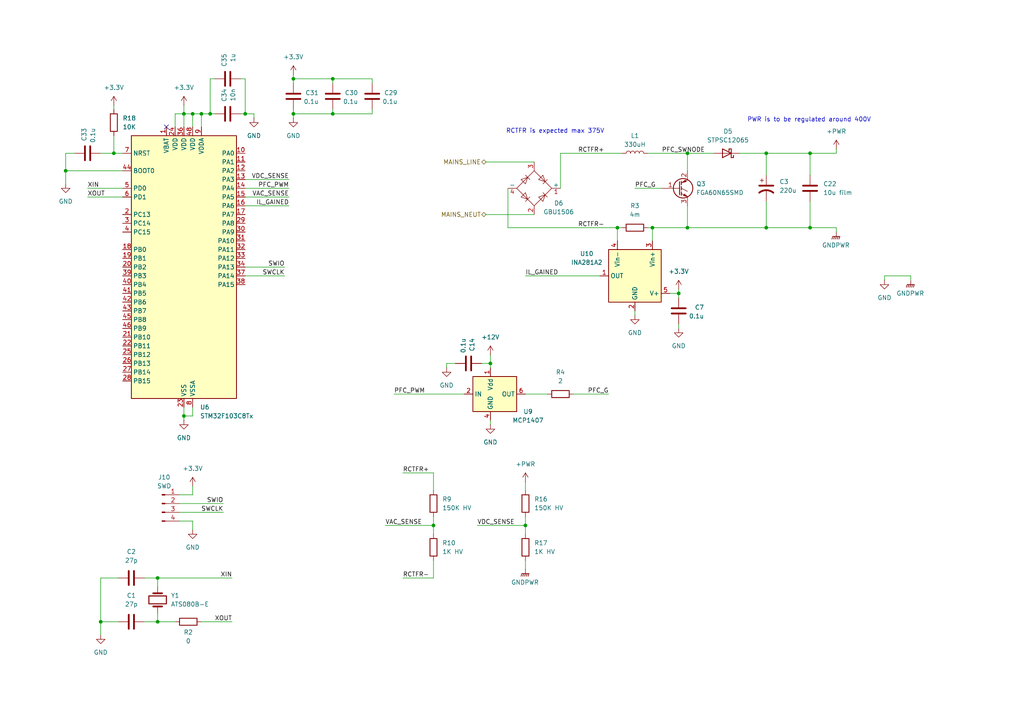
<source format=kicad_sch>
(kicad_sch (version 20250114) (generator "eeschema") (generator_version "9.0")
  (paper "A4")
  (lib_symbols
    (symbol "Amplifier_Current:INA281A2"
      (property "Reference" "U" (at -7.62 10.795 0))
      (property "Value" "INA281A2" (at -7.62 8.89 0))
      (symbol "INA281A2_0_1"
        (rectangle (start -7.62 7.62) (end 7.62 -7.62) (stroke (width 0.254)) (fill (type background)))
      )
      (symbol "INA281A2_1_1"
        (pin power_in line (at -10.16 -5.08 0) (length 2.54) (name "V+") (number "5"))
        (pin input line (at -5.08 10.16 270) (length 2.54) (name "Vin+") (number "3"))
        (pin power_in line (at 0 -10.16 90) (length 2.54) (name "GND") (number "2"))
        (pin input line (at 5.08 10.16 270) (length 2.54) (name "Vin-") (number "4"))
        (pin output line (at 10.16 0 180) (length 2.54) (name "OUT") (number "1"))
      )
    )
    (symbol "Connector:Conn_01x04_Pin" (pin_names (offset 1.016) (hide yes))
      (property "Reference" "J" (at 0 5.08 0))
      (property "Value" "Conn_01x04_Pin" (at 0 -7.62 0))
      (symbol "Conn_01x04_Pin_1_1"
        (rectangle (start 0.8636 2.667) (end 0 2.413) (stroke (width 0.1524)) (fill (type outline)))
        (rectangle (start 0.8636 0.127) (end 0 -0.127) (stroke (width 0.1524)) (fill (type outline)))
        (rectangle (start 0.8636 -2.413) (end 0 -2.667) (stroke (width 0.1524)) (fill (type outline)))
        (rectangle (start 0.8636 -4.953) (end 0 -5.207) (stroke (width 0.1524)) (fill (type outline)))
        (polyline (pts (xy 1.27 2.54) (xy 0.8636 2.54)) (stroke (width 0.1524)))
        (polyline (pts (xy 1.27 0) (xy 0.8636 0)) (stroke (width 0.1524)))
        (polyline (pts (xy 1.27 -2.54) (xy 0.8636 -2.54)) (stroke (width 0.1524)))
        (polyline (pts (xy 1.27 -5.08) (xy 0.8636 -5.08)) (stroke (width 0.1524)))
        (pin passive line (at 5.08 2.54 180) (length 3.81) (name "Pin_1") (number "1"))
        (pin passive line (at 5.08 0 180) (length 3.81) (name "Pin_2") (number "2"))
        (pin passive line (at 5.08 -2.54 180) (length 3.81) (name "Pin_3") (number "3"))
        (pin passive line (at 5.08 -5.08 180) (length 3.81) (name "Pin_4") (number "4"))
      )
    )
    (symbol "Device:C" (pin_numbers (hide yes)) (pin_names (offset 0.254))
      (property "Reference" "C" (at 0.635 2.54 0))
      (property "Value" "C" (at 0.635 -2.54 0))
      (symbol "C_0_1"
        (polyline (pts (xy -2.032 0.762) (xy 2.032 0.762)) (stroke (width 0.508)))
        (polyline (pts (xy -2.032 -0.762) (xy 2.032 -0.762)) (stroke (width 0.508)))
      )
      (symbol "C_1_1"
        (pin passive line (at 0 3.81 270) (length 2.794) (name "~") (number "1"))
        (pin passive line (at 0 -3.81 90) (length 2.794) (name "~") (number "2"))
      )
    )
    (symbol "Device:C_Polarized_US" (pin_numbers (hide yes)) (pin_names (offset 0.254) (hide yes))
      (property "Reference" "C" (at 0.635 2.54 0))
      (property "Value" "C_Polarized_US" (at 0.635 -2.54 0))
      (symbol "C_Polarized_US_0_1"
        (polyline (pts (xy -2.032 0.762) (xy 2.032 0.762)) (stroke (width 0.508)))
        (polyline (pts (xy -1.778 2.286) (xy -0.762 2.286)))
        (polyline (pts (xy -1.27 1.778) (xy -1.27 2.794)))
        (arc (start -2.032 -1.27) (mid 0 -0.5572) (end 2.032 -1.27) (stroke (width 0.508)))
      )
      (symbol "C_Polarized_US_1_1"
        (pin passive line (at 0 3.81 270) (length 2.794) (name "~") (number "1"))
        (pin passive line (at 0 -3.81 90) (length 3.302) (name "~") (number "2"))
      )
    )
    (symbol "Device:Crystal" (pin_numbers (hide yes)) (pin_names (offset 1.016) (hide yes))
      (property "Reference" "Y" (at 0 3.81 0))
      (property "Value" "Crystal" (at 0 -3.81 0))
      (symbol "Crystal_0_1"
        (polyline (pts (xy -2.54 0) (xy -1.905 0)))
        (polyline (pts (xy -1.905 -1.27) (xy -1.905 1.27)) (stroke (width 0.508)))
        (rectangle (start -1.143 2.54) (end 1.143 -2.54) (stroke (width 0.3048)))
        (polyline (pts (xy 1.905 -1.27) (xy 1.905 1.27)) (stroke (width 0.508)))
        (polyline (pts (xy 2.54 0) (xy 1.905 0)))
      )
      (symbol "Crystal_1_1"
        (pin passive line (at -3.81 0 0) (length 1.27) (name "1") (number "1"))
        (pin passive line (at 3.81 0 180) (length 1.27) (name "2") (number "2"))
      )
    )
    (symbol "Device:D_Schottky" (pin_numbers (hide yes)) (pin_names (offset 1.016) (hide yes))
      (property "Reference" "D" (at 0 2.54 0))
      (property "Value" "D_Schottky" (at 0 -2.54 0))
      (symbol "D_Schottky_0_1"
        (polyline (pts (xy -1.905 0.635) (xy -1.905 1.27) (xy -1.27 1.27) (xy -1.27 -1.27) (xy -0.635 -1.27) (xy -0.635 -0.635)) (stroke (width 0.254)))
        (polyline (pts (xy 1.27 1.27) (xy 1.27 -1.27) (xy -1.27 0) (xy 1.27 1.27)) (stroke (width 0.254)))
        (polyline (pts (xy 1.27 0) (xy -1.27 0)))
      )
      (symbol "D_Schottky_1_1"
        (pin passive line (at -3.81 0 0) (length 2.54) (name "K") (number "1"))
        (pin passive line (at 3.81 0 180) (length 2.54) (name "A") (number "2"))
      )
    )
    (symbol "Device:L" (pin_numbers (hide yes)) (pin_names (offset 1.016) (hide yes))
      (property "Reference" "L" (at -1.27 0 90))
      (property "Value" "L" (at 1.905 0 90))
      (symbol "L_0_1"
        (arc (start 0 2.54) (mid 0.6323 1.905) (end 0 1.27))
        (arc (start 0 1.27) (mid 0.6323 0.635) (end 0 0))
        (arc (start 0 0) (mid 0.6323 -0.635) (end 0 -1.27))
        (arc (start 0 -1.27) (mid 0.6323 -1.905) (end 0 -2.54))
      )
      (symbol "L_1_1"
        (pin passive line (at 0 3.81 270) (length 1.27) (name "1") (number "1"))
        (pin passive line (at 0 -3.81 90) (length 1.27) (name "2") (number "2"))
      )
    )
    (symbol "Device:Q_NIGBT_GCE" (pin_names (offset 0) (hide yes))
      (property "Reference" "Q" (at 5.08 1.27 0))
      (property "Value" "Q_NIGBT_GCE" (at 5.08 -1.27 0))
      (symbol "Q_NIGBT_GCE_0_1"
        (polyline (pts (xy 0.254 1.905) (xy 0.254 -1.905) (xy 0.254 -1.905)) (stroke (width 0.254)))
        (polyline (pts (xy 0.762 2.032) (xy 0.762 1.016)) (stroke (width 0.254)))
        (polyline (pts (xy 0.762 0.508) (xy 0.762 -0.508)) (stroke (width 0.254)))
        (polyline (pts (xy 0.762 -1.016) (xy 0.762 -2.032)) (stroke (width 0.254)))
        (circle (center 1.27 0) (radius 2.8194) (stroke (width 0.254)))
        (polyline (pts (xy 1.397 -2.159) (xy 1.651 -1.651) (xy 2.54 -2.413) (xy 1.397 -2.159)) (fill (type outline)))
        (polyline (pts (xy 2.159 1.905) (xy 1.905 2.413) (xy 1.016 1.651) (xy 2.159 1.905)) (fill (type outline)))
        (polyline (pts (xy 2.54 2.413) (xy 0.762 1.524)))
        (polyline (pts (xy 2.54 -0.889) (xy 0.762 0)))
        (polyline (pts (xy 2.54 -2.413) (xy 0.762 -1.524)))
      )
      (symbol "Q_NIGBT_GCE_1_1"
        (pin input line (at -5.08 0 0) (length 5.334) (name "G") (number "1"))
        (pin passive line (at 2.54 5.08 270) (length 2.54) (name "C") (number "2"))
        (pin passive line (at 2.54 -5.08 90) (length 2.54) (name "E") (number "3"))
      )
    )
    (symbol "Device:R" (pin_numbers (hide yes)) (pin_names (offset 0))
      (property "Reference" "R" (at 2.032 0 90))
      (property "Value" "R" (at 0 0 90))
      (symbol "R_0_1"
        (rectangle (start -1.016 -2.54) (end 1.016 2.54) (stroke (width 0.254)))
      )
      (symbol "R_1_1"
        (pin passive line (at 0 3.81 270) (length 1.27) (name "~") (number "1"))
        (pin passive line (at 0 -3.81 90) (length 1.27) (name "~") (number "2"))
      )
    )
    (symbol "Diode_Bridge:GBU8M" (pin_names (offset 0))
      (property "Reference" "D" (at 2.54 6.985 0))
      (property "Value" "GBU8M" (at 2.54 5.08 0))
      (symbol "GBU8M_0_1"
        (polyline (pts (xy -5.08 0) (xy 0 -5.08) (xy 5.08 0) (xy 0 5.08) (xy -5.08 0)))
        (polyline (pts (xy -3.81 2.54) (xy -2.54 1.27) (xy -1.905 3.175) (xy -3.81 2.54)))
        (polyline (pts (xy -2.54 3.81) (xy -1.27 2.54)))
        (polyline (pts (xy -2.54 -1.27) (xy -3.81 -2.54) (xy -1.905 -3.175) (xy -2.54 -1.27)))
        (polyline (pts (xy -1.27 -2.54) (xy -2.54 -3.81)))
        (polyline (pts (xy 1.27 2.54) (xy 2.54 3.81) (xy 3.175 1.905) (xy 1.27 2.54)))
        (polyline (pts (xy 2.54 1.27) (xy 3.81 2.54)))
        (polyline (pts (xy 2.54 -1.27) (xy 3.81 -2.54)))
        (polyline (pts (xy 3.175 -1.905) (xy 1.27 -2.54) (xy 2.54 -3.81) (xy 3.175 -1.905)))
      )
      (symbol "GBU8M_1_1"
        (pin passive line (at -7.62 0 0) (length 2.54) (name "-") (number "4"))
        (pin passive line (at 0 7.62 270) (length 2.54) (name "~") (number "3"))
        (pin passive line (at 0 -7.62 90) (length 2.54) (name "~") (number "2"))
        (pin passive line (at 7.62 0 180) (length 2.54) (name "+") (number "1"))
      )
    )
    (symbol "Driver_FET:MCP1416"
      (property "Reference" "U9" (at 13.97 6.4202 0))
      (property "Value" "MCP1407" (at 13.97 3.8802 0))
      (symbol "MCP1416_0_1"
        (rectangle (start -5.08 5.08) (end 7.62 -5.08) (stroke (width 0.254)) (fill (type background)))
      )
      (symbol "MCP1416_1_1"
        (pin input line (at -7.62 0 0) (length 2.54) (name "IN") (number "2"))
        (pin power_in line (at 0 7.62 270) (length 2.54) (name "Vdd") (number "1"))
        (pin power_in line (at 0 7.62 270) (length 2.54) (hide yes) (name "Vdd") (number "8"))
        (pin power_in line (at 0 -7.62 90) (length 2.54) (name "GND") (number "4"))
        (pin power_in line (at 0 -7.62 90) (length 2.54) (hide yes) (name "GND") (number "5"))
        (pin no_connect line (at 7.62 -2.54 180) (length 2.54) (hide yes) (name "NC") (number "3"))
        (pin output line (at 10.16 0 180) (length 2.54) (name "OUT") (number "6"))
        (pin output line (at 10.16 0 180) (length 2.54) (hide yes) (name "OUT") (number "7"))
      )
    )
    (symbol "MCU_ST_STM32F1:STM32F103C8Tx"
      (property "Reference" "U" (at -15.24 39.37 0))
      (property "Value" "STM32F103C8Tx" (at 7.62 39.37 0))
      (symbol "STM32F103C8Tx_0_1"
        (rectangle (start -15.24 -38.1) (end 15.24 38.1) (stroke (width 0.254)) (fill (type background)))
      )
      (symbol "STM32F103C8Tx_1_1"
        (pin input line (at -17.78 33.02 0) (length 2.54) (name "NRST") (number "7"))
        (pin input line (at -17.78 27.94 0) (length 2.54) (name "BOOT0") (number "44"))
        (pin bidirectional line (at -17.78 22.86 0) (length 2.54) (name "PD0") (number "5"))
        (pin bidirectional line (at -17.78 20.32 0) (length 2.54) (name "PD1") (number "6"))
        (pin bidirectional line (at -17.78 15.24 0) (length 2.54) (name "PC13") (number "2"))
        (pin bidirectional line (at -17.78 12.7 0) (length 2.54) (name "PC14") (number "3"))
        (pin bidirectional line (at -17.78 10.16 0) (length 2.54) (name "PC15") (number "4"))
        (pin bidirectional line (at -17.78 5.08 0) (length 2.54) (name "PB0") (number "18"))
        (pin bidirectional line (at -17.78 2.54 0) (length 2.54) (name "PB1") (number "19"))
        (pin bidirectional line (at -17.78 0 0) (length 2.54) (name "PB2") (number "20"))
        (pin bidirectional line (at -17.78 -2.54 0) (length 2.54) (name "PB3") (number "39"))
        (pin bidirectional line (at -17.78 -5.08 0) (length 2.54) (name "PB4") (number "40"))
        (pin bidirectional line (at -17.78 -7.62 0) (length 2.54) (name "PB5") (number "41"))
        (pin bidirectional line (at -17.78 -10.16 0) (length 2.54) (name "PB6") (number "42"))
        (pin bidirectional line (at -17.78 -12.7 0) (length 2.54) (name "PB7") (number "43"))
        (pin bidirectional line (at -17.78 -15.24 0) (length 2.54) (name "PB8") (number "45"))
        (pin bidirectional line (at -17.78 -17.78 0) (length 2.54) (name "PB9") (number "46"))
        (pin bidirectional line (at -17.78 -20.32 0) (length 2.54) (name "PB10") (number "21"))
        (pin bidirectional line (at -17.78 -22.86 0) (length 2.54) (name "PB11") (number "22"))
        (pin bidirectional line (at -17.78 -25.4 0) (length 2.54) (name "PB12") (number "25"))
        (pin bidirectional line (at -17.78 -27.94 0) (length 2.54) (name "PB13") (number "26"))
        (pin bidirectional line (at -17.78 -30.48 0) (length 2.54) (name "PB14") (number "27"))
        (pin bidirectional line (at -17.78 -33.02 0) (length 2.54) (name "PB15") (number "28"))
        (pin power_in line (at -5.08 40.64 270) (length 2.54) (name "VBAT") (number "1"))
        (pin power_in line (at -2.54 40.64 270) (length 2.54) (name "VDD") (number "24"))
        (pin power_in line (at 0 40.64 270) (length 2.54) (name "VDD") (number "36"))
        (pin power_in line (at 0 -40.64 90) (length 2.54) (name "VSS") (number "23"))
        (pin passive line (at 0 -40.64 90) (length 2.54) (hide yes) (name "VSS") (number "35"))
        (pin passive line (at 0 -40.64 90) (length 2.54) (hide yes) (name "VSS") (number "47"))
        (pin power_in line (at 2.54 40.64 270) (length 2.54) (name "VDD") (number "48"))
        (pin power_in line (at 2.54 -40.64 90) (length 2.54) (name "VSSA") (number "8"))
        (pin power_in line (at 5.08 40.64 270) (length 2.54) (name "VDDA") (number "9"))
        (pin bidirectional line (at 17.78 33.02 180) (length 2.54) (name "PA0") (number "10"))
        (pin bidirectional line (at 17.78 30.48 180) (length 2.54) (name "PA1") (number "11"))
        (pin bidirectional line (at 17.78 27.94 180) (length 2.54) (name "PA2") (number "12"))
        (pin bidirectional line (at 17.78 25.4 180) (length 2.54) (name "PA3") (number "13"))
        (pin bidirectional line (at 17.78 22.86 180) (length 2.54) (name "PA4") (number "14"))
        (pin bidirectional line (at 17.78 20.32 180) (length 2.54) (name "PA5") (number "15"))
        (pin bidirectional line (at 17.78 17.78 180) (length 2.54) (name "PA6") (number "16"))
        (pin bidirectional line (at 17.78 15.24 180) (length 2.54) (name "PA7") (number "17"))
        (pin bidirectional line (at 17.78 12.7 180) (length 2.54) (name "PA8") (number "29"))
        (pin bidirectional line (at 17.78 10.16 180) (length 2.54) (name "PA9") (number "30"))
        (pin bidirectional line (at 17.78 7.62 180) (length 2.54) (name "PA10") (number "31"))
        (pin bidirectional line (at 17.78 5.08 180) (length 2.54) (name "PA11") (number "32"))
        (pin bidirectional line (at 17.78 2.54 180) (length 2.54) (name "PA12") (number "33"))
        (pin bidirectional line (at 17.78 0 180) (length 2.54) (name "PA13") (number "34"))
        (pin bidirectional line (at 17.78 -2.54 180) (length 2.54) (name "PA14") (number "37"))
        (pin bidirectional line (at 17.78 -5.08 180) (length 2.54) (name "PA15") (number "38"))
      )
    )
    (symbol "power:+12V" (power) (pin_numbers (hide yes)) (pin_names (offset 0) (hide yes))
      (property "Value" "+12V" (at 0 3.556 0))
      (symbol "+12V_0_1"
        (polyline (pts (xy -0.762 1.27) (xy 0 2.54)))
        (polyline (pts (xy 0 2.54) (xy 0.762 1.27)))
        (polyline (pts (xy 0 0) (xy 0 2.54)))
      )
      (symbol "+12V_1_1"
        (pin power_in line (at 0 0 90) (length 0) (name "~") (number "1"))
      )
    )
    (symbol "power:+3.3V" (power) (pin_numbers (hide yes)) (pin_names (offset 0) (hide yes))
      (property "Value" "+3.3V" (at 0 3.556 0))
      (symbol "+3.3V_0_1"
        (polyline (pts (xy -0.762 1.27) (xy 0 2.54)))
        (polyline (pts (xy 0 2.54) (xy 0.762 1.27)))
        (polyline (pts (xy 0 0) (xy 0 2.54)))
      )
      (symbol "+3.3V_1_1"
        (pin power_in line (at 0 0 90) (length 0) (name "~") (number "1"))
      )
    )
    (symbol "power:+BATT" (power) (pin_numbers (hide yes)) (pin_names (offset 0) (hide yes))
      (property "Value" "+BATT" (at 0 3.556 0))
      (symbol "+BATT_0_1"
        (polyline (pts (xy -0.762 1.27) (xy 0 2.54)))
        (polyline (pts (xy 0 2.54) (xy 0.762 1.27)))
        (polyline (pts (xy 0 0) (xy 0 2.54)))
      )
      (symbol "+BATT_1_1"
        (pin power_in line (at 0 0 90) (length 0) (name "~") (number "1"))
      )
    )
    (symbol "power:GND" (power) (pin_numbers (hide yes)) (pin_names (offset 0) (hide yes))
      (property "Value" "GND" (at 0 -3.81 0))
      (symbol "GND_0_1"
        (polyline (pts (xy 0 0) (xy 0 -1.27) (xy 1.27 -1.27) (xy 0 -2.54) (xy -1.27 -1.27) (xy 0 -1.27)))
      )
      (symbol "GND_1_1"
        (pin power_in line (at 0 0 270) (length 0) (name "~") (number "1"))
      )
    )
    (symbol "power:GNDPWR" (power) (pin_numbers (hide yes)) (pin_names (offset 0) (hide yes))
      (property "Value" "GNDPWR" (at 0 -3.302 0))
      (symbol "GNDPWR_0_1"
        (polyline (pts (xy -1.016 -1.27) (xy -1.27 -2.032) (xy -1.27 -2.032)) (stroke (width 0.2032)))
        (polyline (pts (xy -0.508 -1.27) (xy -0.762 -2.032) (xy -0.762 -2.032)) (stroke (width 0.2032)))
        (polyline (pts (xy 0 -1.27) (xy 0 0)))
        (polyline (pts (xy 0 -1.27) (xy -0.254 -2.032) (xy -0.254 -2.032)) (stroke (width 0.2032)))
        (polyline (pts (xy 0.508 -1.27) (xy 0.254 -2.032) (xy 0.254 -2.032)) (stroke (width 0.2032)))
        (polyline (pts (xy 1.016 -1.27) (xy -1.016 -1.27) (xy -1.016 -1.27)) (stroke (width 0.2032)))
        (polyline (pts (xy 1.016 -1.27) (xy 0.762 -2.032) (xy 0.762 -2.032) (xy 0.762 -2.032)) (stroke (width 0.2032)))
      )
      (symbol "GNDPWR_1_1"
        (pin power_in line (at 0 0 270) (length 0) (name "~") (number "1"))
      )
    )
  )
  (text "RCTFR is expected max 375V" (at 161.036 38.1 0) (effects (font (size 1.27 1.27))))
  (text "PWR is to be regulated around 400V" (at 234.696 34.798 0) (effects (font (size 1.27 1.27))))
  (junction (at 189.23 66.04))
  (junction (at 53.34 33.02))
  (junction (at 222.25 66.04))
  (junction (at 222.25 44.45))
  (junction (at 53.34 120.65))
  (junction (at 196.85 85.09))
  (junction (at 234.95 66.04))
  (junction (at 33.02 44.45))
  (junction (at 85.09 33.02))
  (junction (at 45.72 180.34))
  (junction (at 96.52 33.02))
  (junction (at 142.24 105.41))
  (junction (at 85.09 22.86))
  (junction (at 199.39 44.45))
  (junction (at 45.72 167.64))
  (junction (at 199.39 66.04))
  (junction (at 19.05 49.53))
  (junction (at 125.73 152.4))
  (junction (at 152.4 152.4))
  (junction (at 55.88 33.02))
  (junction (at 60.96 33.02))
  (junction (at 71.12 33.02))
  (junction (at 58.42 33.02))
  (junction (at 234.95 44.45))
  (junction (at 29.21 180.34))
  (junction (at 179.07 66.04))
  (junction (at 96.52 22.86))
  (no_connect (at 48.26 36.83))
  (wire (pts (xy 234.95 44.45) (xy 234.95 50.8)))
  (wire (pts (xy 55.88 118.11) (xy 55.88 120.65)))
  (wire (pts (xy 140.97 46.99) (xy 154.94 46.99)))
  (wire (pts (xy 55.88 33.02) (xy 58.42 33.02)))
  (wire (pts (xy 52.07 146.05) (xy 64.77 146.05)))
  (wire (pts (xy 29.21 180.34) (xy 34.29 180.34)))
  (wire (pts (xy 116.84 167.64) (xy 125.73 167.64)))
  (wire (pts (xy 140.97 62.23) (xy 154.94 62.23)))
  (wire (pts (xy 222.25 44.45) (xy 222.25 50.8)))
  (wire (pts (xy 19.05 44.45) (xy 19.05 49.53)))
  (wire (pts (xy 50.8 36.83) (xy 50.8 33.02)))
  (wire (pts (xy 199.39 44.45) (xy 199.39 49.53)))
  (wire (pts (xy 21.59 44.45) (xy 19.05 44.45)))
  (wire (pts (xy 242.57 67.31) (xy 242.57 66.04)))
  (wire (pts (xy 147.32 54.61) (xy 147.32 66.04)))
  (wire (pts (xy 85.09 33.02) (xy 96.52 33.02)))
  (wire (pts (xy 45.72 167.64) (xy 45.72 170.18)))
  (wire (pts (xy 242.57 44.45) (xy 242.57 43.18)))
  (wire (pts (xy 71.12 33.02) (xy 69.85 33.02)))
  (wire (pts (xy 71.12 59.69) (xy 83.82 59.69)))
  (wire (pts (xy 45.72 180.34) (xy 45.72 177.8)))
  (wire (pts (xy 222.25 66.04) (xy 199.39 66.04)))
  (wire (pts (xy 107.95 31.75) (xy 107.95 33.02)))
  (wire (pts (xy 53.34 33.02) (xy 55.88 33.02)))
  (wire (pts (xy 60.96 33.02) (xy 60.96 22.86)))
  (wire (pts (xy 107.95 33.02) (xy 96.52 33.02)))
  (wire (pts (xy 234.95 66.04) (xy 242.57 66.04)))
  (wire (pts (xy 29.21 180.34) (xy 29.21 184.15)))
  (wire (pts (xy 184.15 54.61) (xy 191.77 54.61)))
  (wire (pts (xy 196.85 86.36) (xy 196.85 85.09)))
  (wire (pts (xy 53.34 120.65) (xy 53.34 121.92)))
  (wire (pts (xy 29.21 44.45) (xy 33.02 44.45)))
  (wire (pts (xy 196.85 85.09) (xy 194.31 85.09)))
  (wire (pts (xy 166.37 114.3) (xy 176.53 114.3)))
  (wire (pts (xy 33.02 44.45) (xy 35.56 44.45)))
  (wire (pts (xy 142.24 102.87) (xy 142.24 105.41)))
  (wire (pts (xy 62.23 33.02) (xy 60.96 33.02)))
  (wire (pts (xy 45.72 167.64) (xy 67.31 167.64)))
  (wire (pts (xy 29.21 167.64) (xy 29.21 180.34)))
  (wire (pts (xy 125.73 167.64) (xy 125.73 162.56)))
  (wire (pts (xy 147.32 66.04) (xy 179.07 66.04)))
  (wire (pts (xy 152.4 142.24) (xy 152.4 139.7)))
  (wire (pts (xy 173.99 80.01) (xy 152.4 80.01)))
  (wire (pts (xy 55.88 33.02) (xy 55.88 36.83)))
  (wire (pts (xy 96.52 33.02) (xy 96.52 31.75)))
  (wire (pts (xy 73.66 34.29) (xy 73.66 33.02)))
  (wire (pts (xy 96.52 22.86) (xy 96.52 24.13)))
  (wire (pts (xy 187.96 66.04) (xy 189.23 66.04)))
  (wire (pts (xy 25.4 57.15) (xy 35.56 57.15)))
  (wire (pts (xy 138.43 152.4) (xy 152.4 152.4)))
  (wire (pts (xy 184.15 90.17) (xy 184.15 91.44)))
  (wire (pts (xy 33.02 30.48) (xy 33.02 31.75)))
  (wire (pts (xy 125.73 149.86) (xy 125.73 152.4)))
  (wire (pts (xy 96.52 22.86) (xy 107.95 22.86)))
  (wire (pts (xy 152.4 114.3) (xy 158.75 114.3)))
  (wire (pts (xy 189.23 66.04) (xy 199.39 66.04)))
  (wire (pts (xy 107.95 24.13) (xy 107.95 22.86)))
  (wire (pts (xy 85.09 21.59) (xy 85.09 22.86)))
  (wire (pts (xy 125.73 152.4) (xy 125.73 154.94)))
  (wire (pts (xy 41.91 180.34) (xy 45.72 180.34)))
  (wire (pts (xy 139.7 105.41) (xy 142.24 105.41)))
  (wire (pts (xy 19.05 49.53) (xy 19.05 53.34)))
  (wire (pts (xy 264.16 81.28) (xy 264.16 80.01)))
  (wire (pts (xy 73.66 33.02) (xy 71.12 33.02)))
  (wire (pts (xy 234.95 58.42) (xy 234.95 66.04)))
  (wire (pts (xy 114.3 114.3) (xy 134.62 114.3)))
  (wire (pts (xy 25.4 54.61) (xy 35.56 54.61)))
  (wire (pts (xy 187.96 44.45) (xy 199.39 44.45)))
  (wire (pts (xy 29.21 167.64) (xy 34.29 167.64)))
  (wire (pts (xy 35.56 49.53) (xy 19.05 49.53)))
  (wire (pts (xy 152.4 165.1) (xy 152.4 162.56)))
  (wire (pts (xy 55.88 153.67) (xy 55.88 151.13)))
  (wire (pts (xy 196.85 83.82) (xy 196.85 85.09)))
  (wire (pts (xy 71.12 80.01) (xy 82.55 80.01)))
  (wire (pts (xy 162.56 44.45) (xy 180.34 44.45)))
  (wire (pts (xy 214.63 44.45) (xy 222.25 44.45)))
  (wire (pts (xy 189.23 66.04) (xy 189.23 69.85)))
  (wire (pts (xy 222.25 66.04) (xy 234.95 66.04)))
  (wire (pts (xy 264.16 80.01) (xy 256.54 80.01)))
  (wire (pts (xy 132.08 105.41) (xy 129.54 105.41)))
  (wire (pts (xy 116.84 137.16) (xy 125.73 137.16)))
  (wire (pts (xy 196.85 93.98) (xy 196.85 95.25)))
  (wire (pts (xy 222.25 58.42) (xy 222.25 66.04)))
  (wire (pts (xy 58.42 36.83) (xy 58.42 33.02)))
  (wire (pts (xy 85.09 22.86) (xy 85.09 24.13)))
  (wire (pts (xy 85.09 31.75) (xy 85.09 33.02)))
  (wire (pts (xy 179.07 66.04) (xy 180.34 66.04)))
  (wire (pts (xy 242.57 44.45) (xy 234.95 44.45)))
  (wire (pts (xy 55.88 143.51) (xy 52.07 143.51)))
  (wire (pts (xy 55.88 140.97) (xy 55.88 143.51)))
  (wire (pts (xy 55.88 151.13) (xy 52.07 151.13)))
  (wire (pts (xy 85.09 22.86) (xy 96.52 22.86)))
  (wire (pts (xy 125.73 137.16) (xy 125.73 142.24)))
  (wire (pts (xy 53.34 120.65) (xy 53.34 118.11)))
  (wire (pts (xy 71.12 57.15) (xy 83.82 57.15)))
  (wire (pts (xy 129.54 105.41) (xy 129.54 106.68)))
  (wire (pts (xy 162.56 54.61) (xy 162.56 44.45)))
  (wire (pts (xy 256.54 80.01) (xy 256.54 81.28)))
  (wire (pts (xy 41.91 167.64) (xy 45.72 167.64)))
  (wire (pts (xy 71.12 22.86) (xy 71.12 33.02)))
  (wire (pts (xy 142.24 105.41) (xy 142.24 106.68)))
  (wire (pts (xy 71.12 54.61) (xy 83.82 54.61)))
  (wire (pts (xy 207.01 44.45) (xy 199.39 44.45)))
  (wire (pts (xy 52.07 148.59) (xy 64.77 148.59)))
  (wire (pts (xy 60.96 22.86) (xy 62.23 22.86)))
  (wire (pts (xy 142.24 121.92) (xy 142.24 123.19)))
  (wire (pts (xy 234.95 44.45) (xy 222.25 44.45)))
  (wire (pts (xy 58.42 180.34) (xy 67.31 180.34)))
  (wire (pts (xy 45.72 180.34) (xy 50.8 180.34)))
  (wire (pts (xy 152.4 149.86) (xy 152.4 152.4)))
  (wire (pts (xy 53.34 30.48) (xy 53.34 33.02)))
  (wire (pts (xy 53.34 33.02) (xy 53.34 36.83)))
  (wire (pts (xy 69.85 22.86) (xy 71.12 22.86)))
  (wire (pts (xy 152.4 152.4) (xy 152.4 154.94)))
  (wire (pts (xy 71.12 52.07) (xy 83.82 52.07)))
  (wire (pts (xy 179.07 66.04) (xy 179.07 69.85)))
  (wire (pts (xy 50.8 33.02) (xy 53.34 33.02)))
  (wire (pts (xy 199.39 66.04) (xy 199.39 59.69)))
  (wire (pts (xy 111.76 152.4) (xy 125.73 152.4)))
  (wire (pts (xy 58.42 33.02) (xy 60.96 33.02)))
  (wire (pts (xy 71.12 77.47) (xy 82.55 77.47)))
  (wire (pts (xy 85.09 33.02) (xy 85.09 34.29)))
  (wire (pts (xy 33.02 39.37) (xy 33.02 44.45)))
  (wire (pts (xy 55.88 120.65) (xy 53.34 120.65)))
  (label "PFC_G" (at 176.53 114.3 180))
  (label "SWIO" (at 82.55 77.47 180))
  (label "VDC_SENSE" (at 138.43 152.4 0))
  (label "VDC_SENSE" (at 83.82 52.07 180))
  (label "PFC_PWM" (at 114.3 114.3 0))
  (label "SWIO" (at 64.77 146.05 180))
  (label "XIN" (at 25.4 54.61 0))
  (label "IL_GAINED" (at 83.82 59.69 180))
  (label "PFC_G" (at 184.15 54.61 0))
  (label "PFC_PWM" (at 83.82 54.61 180))
  (label "RCTFR+" (at 116.84 137.16 0))
  (label "PFC_SWNODE" (at 204.47 44.45 180))
  (label "RCTFR-" (at 116.84 167.64 0))
  (label "XIN" (at 67.31 167.64 180))
  (label "RCTFR+" (at 167.64 44.45 0))
  (label "SWCLK" (at 64.77 148.59 180))
  (label "IL_GAINED" (at 152.4 80.01 0))
  (label "VAC_SENSE" (at 83.82 57.15 180))
  (label "XOUT" (at 25.4 57.15 0))
  (label "VAC_SENSE" (at 111.76 152.4 0))
  (label "XOUT" (at 67.31 180.34 180))
  (label "RCTFR-" (at 167.64 66.04 0))
  (label "SWCLK" (at 82.55 80.01 180))
  (hierarchical_label "MAINS_LINE" (shape bidirectional) (at 140.97 46.99 180))
  (hierarchical_label "MAINS_NEUT" (shape bidirectional) (at 140.97 62.23 180))
  (symbol (lib_id "power:+3.3V") (at 196.85 83.82 0) (mirror y) (unit 1)
    (property "Reference" "#PWR049" (effects (hide yes)))
    (property "Value" "+3.3V" (at 196.85 78.74 0))
    (property "Description" "Power symbol creates a global label with name \"+3.3V\"" (effects (hide yes)))
  )
  (symbol (lib_id "Device:Crystal") (at 45.72 173.99 90) (unit 1)
    (property "Reference" "Y1" (at 49.53 172.7199 90) (effects (justify right)))
    (property "Value" "ATS080B-E" (at 49.53 175.2599 90) (effects (justify right)))
    (property "Footprint" "Crystal:Crystal_HC49-4H_Vertical" (effects (hide yes)))
    (property "Description" "Two pin crystal" (effects (hide yes)))
  )
  (symbol (lib_id "Device:R") (at 125.73 158.75 180) (unit 1)
    (property "Reference" "R10" (at 128.27 157.4799 0) (effects (justify right)))
    (property "Value" "1K HV" (at 128.27 160.0199 0) (effects (justify right)))
    (property "Footprint" "Resistor_SMD:R_1206_3216Metric" (effects (hide yes)))
    (property "Description" "Resistor" (effects (hide yes)))
  )
  (symbol (lib_id "Device:C") (at 25.4 44.45 270) (mirror x) (unit 1)
    (property "Reference" "C33" (at 24.384 37.084 0) (effects (justify right)))
    (property "Value" "0.1u" (at 26.924 37.084 0) (effects (justify right)))
    (property "Footprint" "Capacitor_SMD:C_0805_2012Metric" (effects (hide yes)))
    (property "Description" "Unpolarized capacitor" (effects (hide yes)))
  )
  (symbol (lib_id "power:+12V") (at 142.24 102.87 0) (unit 1)
    (property "Reference" "#PWR025" (effects (hide yes)))
    (property "Value" "+12V" (at 142.24 97.79 0))
    (property "Description" "Power symbol creates a global label with name \"+12V\"" (effects (hide yes)))
  )
  (symbol (lib_id "Device:L") (at 184.15 44.45 270) (mirror x) (unit 1)
    (property "Reference" "L1" (at 184.15 39.37 90))
    (property "Value" "330uH" (at 184.15 41.91 90))
    (property "Footprint" "TerminalBlock_Phoenix:TerminalBlock_Phoenix_MKDS-1,5-2_1x02_P5.00mm_Horizontal" (effects (hide yes)))
    (property "Description" "Inductor" (effects (hide yes)))
  )
  (symbol (lib_id "Device:C") (at 135.89 105.41 90) (unit 1)
    (property "Reference" "C14" (at 136.906 98.044 0) (effects (justify right)))
    (property "Value" "0.1u" (at 134.366 98.044 0) (effects (justify right)))
    (property "Footprint" "Capacitor_SMD:C_0805_2012Metric" (effects (hide yes)))
    (property "Description" "Unpolarized capacitor" (effects (hide yes)))
  )
  (symbol (lib_id "Device:C") (at 96.52 27.94 0) (mirror x) (unit 1)
    (property "Reference" "C30" (at 103.886 26.924 0) (effects (justify right)))
    (property "Value" "0.1u" (at 103.886 29.464 0) (effects (justify right)))
    (property "Footprint" "Capacitor_SMD:C_0805_2012Metric" (effects (hide yes)))
    (property "Description" "Unpolarized capacitor" (effects (hide yes)))
  )
  (symbol (lib_id "Device:C") (at 38.1 167.64 90) (unit 1)
    (property "Reference" "C2" (at 38.1 160.02 90))
    (property "Value" "27p" (at 38.1 162.56 90))
    (property "Footprint" "Capacitor_SMD:C_0805_2012Metric" (effects (hide yes)))
    (property "Description" "Unpolarized capacitor" (effects (hide yes)))
  )
  (symbol (lib_id "power:GND") (at 196.85 95.25 0) (mirror y) (unit 1)
    (property "Reference" "#PWR058" (effects (hide yes)))
    (property "Value" "GND" (at 196.85 100.33 0))
    (property "Description" "Power symbol creates a global label with name \"GND\" , ground" (effects (hide yes)))
  )
  (symbol (lib_id "Device:R") (at 152.4 146.05 180) (unit 1)
    (property "Reference" "R16" (at 154.94 144.7799 0) (effects (justify right)))
    (property "Value" "150K HV" (at 154.94 147.3199 0) (effects (justify right)))
    (property "Footprint" "Resistor_SMD:R_1206_3216Metric" (effects (hide yes)))
    (property "Description" "Resistor" (effects (hide yes)))
  )
  (symbol (lib_id "power:GNDPWR") (at 152.4 165.1 0) (unit 1)
    (property "Reference" "#PWR057" (effects (hide yes)))
    (property "Value" "GNDPWR" (at 152.273 168.91 0))
    (property "Description" "Power symbol creates a global label with name \"GNDPWR\" , global ground" (effects (hide yes)))
  )
  (symbol (lib_id "power:GND") (at 29.21 184.15 0) (unit 1)
    (property "Reference" "#PWR07" (effects (hide yes)))
    (property "Value" "GND" (at 29.21 189.23 0))
    (property "Description" "Power symbol creates a global label with name \"GND\" , ground" (effects (hide yes)))
  )
  (symbol (lib_id "Device:C") (at 66.04 33.02 270) (mirror x) (unit 1)
    (property "Reference" "C34" (at 65.024 25.654 0) (effects (justify right)))
    (property "Value" "10n" (at 67.564 25.654 0) (effects (justify right)))
    (property "Footprint" "Capacitor_SMD:C_0805_2012Metric" (effects (hide yes)))
    (property "Description" "Unpolarized capacitor" (effects (hide yes)))
  )
  (symbol (lib_id "power:+BATT") (at 152.4 139.7 0) (unit 1)
    (property "Reference" "#PWR056" (effects (hide yes)))
    (property "Value" "+PWR" (at 152.4 134.62 0))
    (property "Description" "Power symbol creates a global label with name \"+BATT\"" (effects (hide yes)))
  )
  (symbol (lib_id "Device:R") (at 152.4 158.75 180) (unit 1)
    (property "Reference" "R17" (at 154.94 157.4799 0) (effects (justify right)))
    (property "Value" "1K HV" (at 154.94 160.0199 0) (effects (justify right)))
    (property "Footprint" "Resistor_SMD:R_1206_3216Metric" (effects (hide yes)))
    (property "Description" "Resistor" (effects (hide yes)))
  )
  (symbol (lib_id "power:GND") (at 55.88 153.67 0) (unit 1)
    (property "Reference" "#PWR060" (effects (hide yes)))
    (property "Value" "GND" (at 55.88 158.75 0))
    (property "Description" "Power symbol creates a global label with name \"GND\" , ground" (effects (hide yes)))
  )
  (symbol (lib_id "power:GNDPWR") (at 242.57 67.31 0) (unit 1)
    (property "Reference" "#PWR015" (effects (hide yes)))
    (property "Value" "GNDPWR" (at 242.443 71.12 0))
    (property "Description" "Power symbol creates a global label with name \"GNDPWR\" , global ground" (effects (hide yes)))
  )
  (symbol (lib_id "Device:C") (at 234.95 54.61 0) (unit 1)
    (property "Reference" "C22" (at 238.76 53.3399 0) (effects (justify left)))
    (property "Value" "10u film" (at 238.76 55.8799 0) (effects (justify left)))
    (property "Footprint" "Capacitor_THT:C_Rect_L31.5mm_W15.0mm_P27.50mm_MKS4" (effects (hide yes)))
    (property "Description" "Unpolarized capacitor" (effects (hide yes)))
  )
  (symbol (lib_id "Device:R") (at 125.73 146.05 180) (unit 1)
    (property "Reference" "R9" (at 128.27 144.7799 0) (effects (justify right)))
    (property "Value" "150K HV" (at 128.27 147.3199 0) (effects (justify right)))
    (property "Footprint" "Resistor_SMD:R_1206_3216Metric" (effects (hide yes)))
    (property "Description" "Resistor" (effects (hide yes)))
  )
  (symbol (lib_id "power:GND") (at 184.15 91.44 0) (mirror y) (unit 1)
    (property "Reference" "#PWR048" (effects (hide yes)))
    (property "Value" "GND" (at 184.15 96.52 0))
    (property "Description" "Power symbol creates a global label with name \"GND\" , ground" (effects (hide yes)))
  )
  (symbol (lib_id "Device:C") (at 196.85 90.17 0) (mirror x) (unit 1)
    (property "Reference" "C7" (at 204.216 89.154 0) (effects (justify right)))
    (property "Value" "0.1u" (at 204.216 91.694 0) (effects (justify right)))
    (property "Footprint" "Capacitor_SMD:C_0805_2012Metric" (effects (hide yes)))
    (property "Description" "Unpolarized capacitor" (effects (hide yes)))
  )
  (symbol (lib_id "Device:D_Schottky") (at 210.82 44.45 180) (unit 1)
    (property "Reference" "D5" (at 211.1375 38.1 0))
    (property "Value" "STPSC12065" (at 211.1375 40.64 0))
    (property "Footprint" "Package_TO_SOT_THT:TO-220-2_Vertical" (effects (hide yes)))
    (property "Description" "Schottky diode" (effects (hide yes)))
  )
  (symbol (lib_id "Device:C_Polarized_US") (at 222.25 54.61 0) (unit 1)
    (property "Reference" "C3" (at 226.06 52.7049 0) (effects (justify left)))
    (property "Value" "220u" (at 226.06 55.2449 0) (effects (justify left)))
    (property "Footprint" "Capacitor_THT:CP_Radial_D35.0mm_P10.00mm_SnapIn" (effects (hide yes)))
    (property "Description" "Polarized capacitor, US symbol" (effects (hide yes)))
  )
  (symbol (lib_id "Connector:Conn_01x04_Pin") (at 46.99 146.05 0) (unit 1)
    (property "Reference" "J10" (at 47.625 138.43 0))
    (property "Value" "SWD" (at 47.625 140.97 0))
    (property "Footprint" "Connector_PinHeader_2.54mm:PinHeader_1x04_P2.54mm_Vertical" (effects (hide yes)))
    (property "Description" "Generic connector, single row, 01x04, script generated" (effects (hide yes)))
  )
  (symbol (lib_id "power:+3.3V") (at 85.09 21.59 0) (mirror y) (unit 1)
    (property "Reference" "#PWR062" (effects (hide yes)))
    (property "Value" "+3.3V" (at 85.09 16.51 0))
    (property "Description" "Power symbol creates a global label with name \"+3.3V\"" (effects (hide yes)))
  )
  (symbol (lib_id "Diode_Bridge:GBU8M") (at 154.94 54.61 0) (unit 1)
    (property "Reference" "D6" (at 162.052 58.928 0))
    (property "Value" "GBU1506" (at 162.052 61.468 0))
    (property "Footprint" "Diode_THT:Diode_Bridge_Vishay_GBU" (effects (hide yes)))
    (property "Datasheet" "http://www.vishay.com/docs/88656/gbu8a.pdf" (effects (hide yes)))
    (property "Description" "Single-Phase Bridge Rectifier, 700V Vrms, 8.0A If, GBU package" (effects (hide yes)))
  )
  (symbol (lib_id "Driver_FET:MCP1416") (at 142.24 114.3 0) (unit 1)
    (property "Reference" "U9" (at 153.162 119.38 0))
    (property "Value" "MCP1407" (at 153.162 121.92 0))
    (property "Footprint" "Package_SO:SOIC-8_3.9x4.9mm_P1.27mm" (effects (hide yes)))
    (property "Datasheet" "http://ww1.microchip.com/downloads/en/DeviceDoc/20002092F.pdf" (effects (hide yes)))
    (property "Description" "1.5A High speed power MOSFET driver with non-inverting output, SOT-23-5" (effects (hide yes)))
  )
  (symbol (lib_id "power:GNDPWR") (at 264.16 81.28 0) (unit 1)
    (property "Reference" "#PWR024" (effects (hide yes)))
    (property "Value" "GNDPWR" (at 264.033 85.09 0))
    (property "Description" "Power symbol creates a global label with name \"GNDPWR\" , global ground" (effects (hide yes)))
  )
  (symbol (lib_id "Device:C") (at 85.09 27.94 0) (mirror x) (unit 1)
    (property "Reference" "C31" (at 92.456 26.924 0) (effects (justify right)))
    (property "Value" "0.1u" (at 92.456 29.464 0) (effects (justify right)))
    (property "Footprint" "Capacitor_SMD:C_0805_2012Metric" (effects (hide yes)))
    (property "Description" "Unpolarized capacitor" (effects (hide yes)))
  )
  (symbol (lib_id "power:GND") (at 53.34 121.92 0) (unit 1)
    (property "Reference" "#PWR08" (effects (hide yes)))
    (property "Value" "GND" (at 53.34 127 0))
    (property "Description" "Power symbol creates a global label with name \"GND\" , ground" (effects (hide yes)))
  )
  (symbol (lib_id "Device:R") (at 33.02 35.56 0) (unit 1)
    (property "Reference" "R18" (at 35.56 34.2899 0) (effects (justify left)))
    (property "Value" "10K" (at 35.56 36.8299 0) (effects (justify left)))
    (property "Footprint" "Resistor_SMD:R_0805_2012Metric" (effects (hide yes)))
    (property "Description" "Resistor" (effects (hide yes)))
  )
  (symbol (lib_id "Device:C") (at 66.04 22.86 270) (mirror x) (unit 1)
    (property "Reference" "C35" (at 65.024 15.494 0) (effects (justify right)))
    (property "Value" "1u" (at 67.564 15.494 0) (effects (justify right)))
    (property "Footprint" "Capacitor_SMD:C_0805_2012Metric" (effects (hide yes)))
    (property "Description" "Unpolarized capacitor" (effects (hide yes)))
  )
  (symbol (lib_id "Device:Q_NIGBT_GCE") (at 196.85 54.61 0) (unit 1)
    (property "Reference" "Q3" (at 201.93 53.3399 0) (effects (justify left)))
    (property "Value" "FGA60N65SMD" (at 201.93 55.8799 0) (effects (justify left)))
    (property "Footprint" "Package_TO_SOT_THT:TO-3P-3_Vertical" (effects (hide yes)))
    (property "Description" "N-IGBT transistor, gate/collector/emitter" (effects (hide yes)))
  )
  (symbol (lib_id "Device:R") (at 184.15 66.04 90) (unit 1)
    (property "Reference" "R3" (at 184.15 59.69 90))
    (property "Value" "4m" (at 184.15 62.23 90))
    (property "Footprint" "Resistor_SMD:R_2512_6332Metric" (effects (hide yes)))
    (property "Description" "Resistor" (effects (hide yes)))
  )
  (symbol (lib_id "MCU_ST_STM32F1:STM32F103C8Tx") (at 53.34 77.47 0) (unit 1)
    (property "Reference" "U6" (at 58.0233 118.11 0) (effects (justify left)))
    (property "Value" "STM32F103C8Tx" (at 58.0233 120.65 0) (effects (justify left)))
    (property "Footprint" "Package_QFP:LQFP-48_7x7mm_P0.5mm" (effects (hide yes)))
    (property "Datasheet" "https://www.st.com/resource/en/datasheet/stm32f103c8.pdf" (effects (hide yes)))
    (property "Description" "STMicroelectronics Arm Cortex-M3 MCU, 64KB flash, 20KB RAM, 72 MHz, 2.0-3.6V, 37 GPIO, LQFP48" (effects (hide yes)))
  )
  (symbol (lib_id "power:GND") (at 142.24 123.19 0) (unit 1)
    (property "Reference" "#PWR022" (effects (hide yes)))
    (property "Value" "GND" (at 142.24 128.27 0))
    (property "Description" "Power symbol creates a global label with name \"GND\" , ground" (effects (hide yes)))
  )
  (symbol (lib_id "Amplifier_Current:INA281A2") (at 184.15 80.01 0) (mirror y) (unit 1)
    (property "Reference" "U10" (at 170.18 73.5898 0))
    (property "Value" "INA281A2" (at 170.18 76.1298 0))
    (property "Footprint" "Package_TO_SOT_SMD:SOT-23-5" (effects (hide yes)))
    (property "Datasheet" "https://www.ti.com/lit/ds/symlink/ina281.pdf" (effects (hide yes)))
    (property "Description" "-4...+110V High Voltage Current Shunt Monitor, 50V/V gain, 1.3 MHz bandwidth,  2.7..20Vcc, 55uV offset voltage, SOT-23-5" (effects (hide yes)))
  )
  (symbol (lib_id "power:GND") (at 256.54 81.28 0) (unit 1)
    (property "Reference" "#PWR023" (effects (hide yes)))
    (property "Value" "GND" (at 256.54 86.36 0))
    (property "Description" "Power symbol creates a global label with name \"GND\" , ground" (effects (hide yes)))
  )
  (symbol (lib_id "power:+BATT") (at 242.57 43.18 0) (unit 1)
    (property "Reference" "#PWR017" (effects (hide yes)))
    (property "Value" "+PWR" (at 242.57 38.1 0))
    (property "Description" "Power symbol creates a global label with name \"+BATT\"" (effects (hide yes)))
  )
  (symbol (lib_id "power:GND") (at 73.66 34.29 0) (mirror y) (unit 1)
    (property "Reference" "#PWR065" (effects (hide yes)))
    (property "Value" "GND" (at 73.66 39.37 0))
    (property "Description" "Power symbol creates a global label with name \"GND\" , ground" (effects (hide yes)))
  )
  (symbol (lib_id "power:+3.3V") (at 33.02 30.48 0) (unit 1)
    (property "Reference" "#PWR064" (effects (hide yes)))
    (property "Value" "+3.3V" (at 33.02 25.4 0))
    (property "Description" "Power symbol creates a global label with name \"+3.3V\"" (effects (hide yes)))
  )
  (symbol (lib_id "power:GND") (at 85.09 34.29 0) (mirror y) (unit 1)
    (property "Reference" "#PWR063" (effects (hide yes)))
    (property "Value" "GND" (at 85.09 39.37 0))
    (property "Description" "Power symbol creates a global label with name \"GND\" , ground" (effects (hide yes)))
  )
  (symbol (lib_id "power:+3.3V") (at 55.88 140.97 0) (unit 1)
    (property "Reference" "#PWR061" (effects (hide yes)))
    (property "Value" "+3.3V" (at 55.88 135.89 0))
    (property "Description" "Power symbol creates a global label with name \"+3.3V\"" (effects (hide yes)))
  )
  (symbol (lib_id "Device:C") (at 107.95 27.94 0) (mirror x) (unit 1)
    (property "Reference" "C29" (at 115.316 26.924 0) (effects (justify right)))
    (property "Value" "0.1u" (at 115.316 29.464 0) (effects (justify right)))
    (property "Footprint" "Capacitor_SMD:C_0805_2012Metric" (effects (hide yes)))
    (property "Description" "Unpolarized capacitor" (effects (hide yes)))
  )
  (symbol (lib_id "Device:C") (at 38.1 180.34 90) (unit 1)
    (property "Reference" "C1" (at 38.1 172.72 90))
    (property "Value" "27p" (at 38.1 175.26 90))
    (property "Footprint" "Capacitor_SMD:C_0805_2012Metric" (effects (hide yes)))
    (property "Description" "Unpolarized capacitor" (effects (hide yes)))
  )
  (symbol (lib_id "Device:R") (at 54.61 180.34 90) (unit 1)
    (property "Reference" "R2" (at 54.61 183.388 90))
    (property "Value" "0" (at 54.61 185.928 90))
    (property "Footprint" "Resistor_SMD:R_0805_2012Metric" (effects (hide yes)))
    (property "Description" "Resistor" (effects (hide yes)))
  )
  (symbol (lib_id "power:GND") (at 129.54 106.68 0) (unit 1)
    (property "Reference" "#PWR026" (effects (hide yes)))
    (property "Value" "GND" (at 129.54 111.76 0))
    (property "Description" "Power symbol creates a global label with name \"GND\" , ground" (effects (hide yes)))
  )
  (symbol (lib_id "Device:R") (at 162.56 114.3 90) (unit 1)
    (property "Reference" "R4" (at 162.56 107.95 90))
    (property "Value" "2" (at 162.56 110.49 90))
    (property "Footprint" "Resistor_SMD:R_0805_2012Metric" (effects (hide yes)))
    (property "Description" "Resistor" (effects (hide yes)))
  )
  (symbol (lib_id "power:GND") (at 19.05 53.34 0) (unit 1)
    (property "Reference" "#PWR059" (effects (hide yes)))
    (property "Value" "GND" (at 19.05 58.42 0))
    (property "Description" "Power symbol creates a global label with name \"GND\" , ground" (effects (hide yes)))
  )
  (symbol (lib_id "power:+3.3V") (at 53.34 30.48 0) (unit 1)
    (property "Reference" "#PWR027" (effects (hide yes)))
    (property "Value" "+3.3V" (at 53.34 25.4 0))
    (property "Description" "Power symbol creates a global label with name \"+3.3V\"" (effects (hide yes)))
  )
)
</source>
